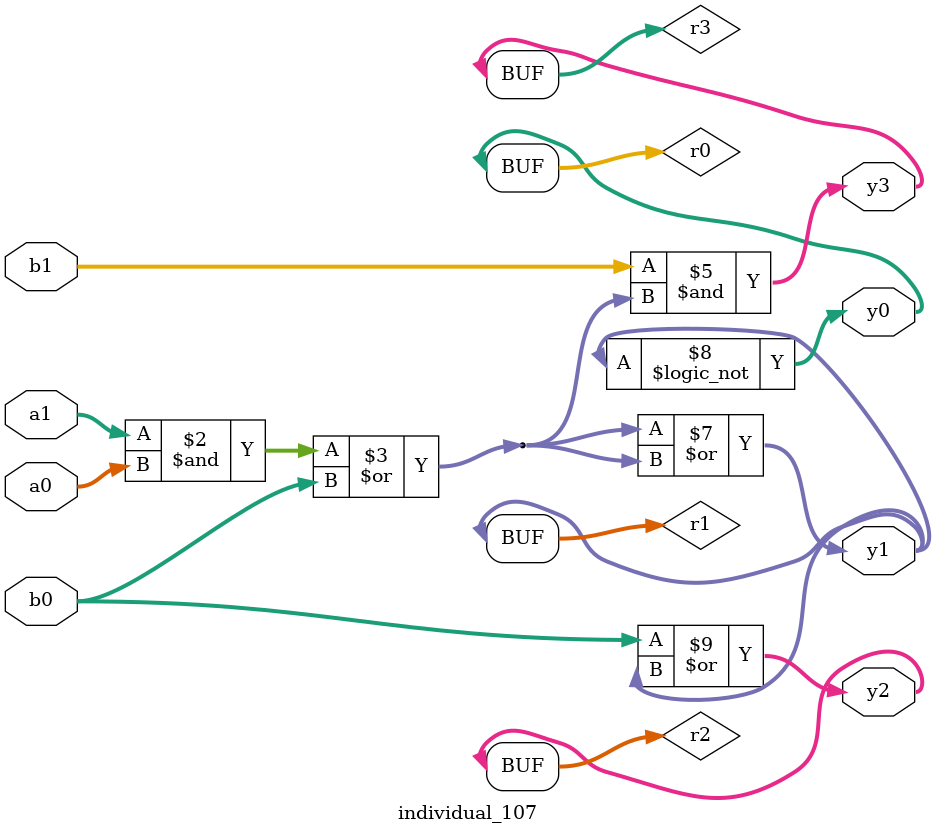
<source format=sv>
module individual_107(input logic [15:0] a1, input logic [15:0] a0, input logic [15:0] b1, input logic [15:0] b0, output logic [15:0] y3, output logic [15:0] y2, output logic [15:0] y1, output logic [15:0] y0);
logic [15:0] r0, r1, r2, r3; 
 always@(*) begin 
	 r0 = a0; r1 = a1; r2 = b0; r3 = b1; 
 	 r1  &=  a0 ;
 	 r1  |=  r2 ;
 	 r0  &=  b0 ;
 	 r3  &=  r1 ;
 	 r0  &=  r0 ;
 	 r1  |=  r1 ;
 	 r0 = ! r1 ;
 	 r2  |=  r1 ;
 	 y3 = r3; y2 = r2; y1 = r1; y0 = r0; 
end
endmodule
</source>
